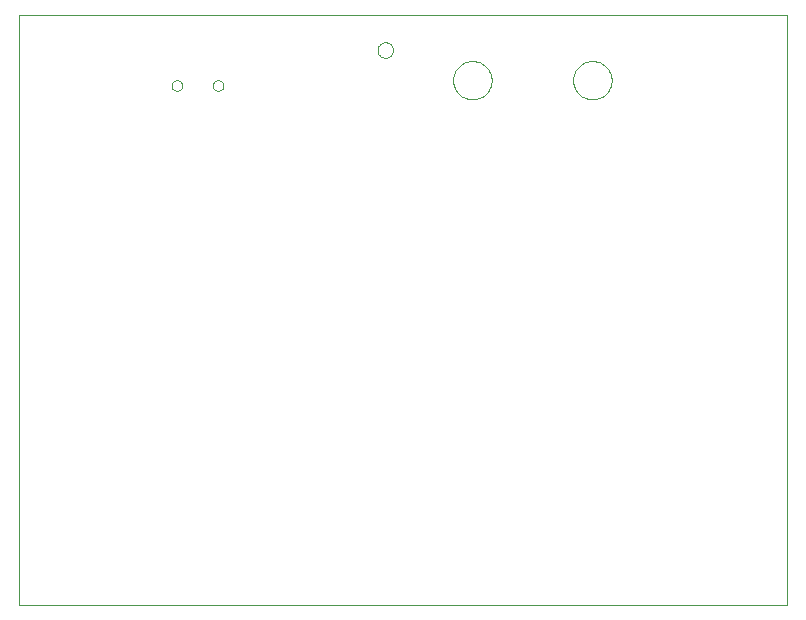
<source format=gbo>
G75*
G70*
%OFA0B0*%
%FSLAX24Y24*%
%IPPOS*%
%LPD*%
%AMOC8*
5,1,8,0,0,1.08239X$1,22.5*
%
%ADD10C,0.0000*%
D10*
X000131Y000131D02*
X000131Y019816D01*
X025722Y019816D01*
X025722Y000131D01*
X000131Y000131D01*
X005208Y017454D02*
X005210Y017480D01*
X005216Y017506D01*
X005226Y017531D01*
X005239Y017554D01*
X005255Y017574D01*
X005275Y017592D01*
X005297Y017607D01*
X005320Y017619D01*
X005346Y017627D01*
X005372Y017631D01*
X005398Y017631D01*
X005424Y017627D01*
X005450Y017619D01*
X005474Y017607D01*
X005495Y017592D01*
X005515Y017574D01*
X005531Y017554D01*
X005544Y017531D01*
X005554Y017506D01*
X005560Y017480D01*
X005562Y017454D01*
X005560Y017428D01*
X005554Y017402D01*
X005544Y017377D01*
X005531Y017354D01*
X005515Y017334D01*
X005495Y017316D01*
X005473Y017301D01*
X005450Y017289D01*
X005424Y017281D01*
X005398Y017277D01*
X005372Y017277D01*
X005346Y017281D01*
X005320Y017289D01*
X005296Y017301D01*
X005275Y017316D01*
X005255Y017334D01*
X005239Y017354D01*
X005226Y017377D01*
X005216Y017402D01*
X005210Y017428D01*
X005208Y017454D01*
X006586Y017454D02*
X006588Y017480D01*
X006594Y017506D01*
X006604Y017531D01*
X006617Y017554D01*
X006633Y017574D01*
X006653Y017592D01*
X006675Y017607D01*
X006698Y017619D01*
X006724Y017627D01*
X006750Y017631D01*
X006776Y017631D01*
X006802Y017627D01*
X006828Y017619D01*
X006852Y017607D01*
X006873Y017592D01*
X006893Y017574D01*
X006909Y017554D01*
X006922Y017531D01*
X006932Y017506D01*
X006938Y017480D01*
X006940Y017454D01*
X006938Y017428D01*
X006932Y017402D01*
X006922Y017377D01*
X006909Y017354D01*
X006893Y017334D01*
X006873Y017316D01*
X006851Y017301D01*
X006828Y017289D01*
X006802Y017281D01*
X006776Y017277D01*
X006750Y017277D01*
X006724Y017281D01*
X006698Y017289D01*
X006674Y017301D01*
X006653Y017316D01*
X006633Y017334D01*
X006617Y017354D01*
X006604Y017377D01*
X006594Y017402D01*
X006588Y017428D01*
X006586Y017454D01*
X012076Y018635D02*
X012078Y018667D01*
X012084Y018698D01*
X012094Y018729D01*
X012107Y018758D01*
X012124Y018785D01*
X012144Y018810D01*
X012167Y018832D01*
X012192Y018852D01*
X012220Y018868D01*
X012250Y018880D01*
X012280Y018889D01*
X012312Y018894D01*
X012344Y018895D01*
X012376Y018892D01*
X012407Y018885D01*
X012437Y018874D01*
X012466Y018860D01*
X012493Y018842D01*
X012517Y018822D01*
X012539Y018798D01*
X012557Y018772D01*
X012572Y018744D01*
X012584Y018714D01*
X012592Y018683D01*
X012596Y018651D01*
X012596Y018619D01*
X012592Y018587D01*
X012584Y018556D01*
X012572Y018526D01*
X012557Y018498D01*
X012539Y018472D01*
X012517Y018448D01*
X012493Y018428D01*
X012466Y018410D01*
X012437Y018396D01*
X012407Y018385D01*
X012376Y018378D01*
X012344Y018375D01*
X012312Y018376D01*
X012280Y018381D01*
X012250Y018390D01*
X012220Y018402D01*
X012192Y018418D01*
X012167Y018438D01*
X012144Y018460D01*
X012124Y018485D01*
X012107Y018512D01*
X012094Y018541D01*
X012084Y018572D01*
X012078Y018603D01*
X012076Y018635D01*
X014597Y017631D02*
X014599Y017681D01*
X014605Y017731D01*
X014615Y017780D01*
X014628Y017829D01*
X014646Y017876D01*
X014667Y017922D01*
X014691Y017965D01*
X014719Y018007D01*
X014750Y018047D01*
X014784Y018084D01*
X014821Y018118D01*
X014861Y018149D01*
X014903Y018177D01*
X014946Y018201D01*
X014992Y018222D01*
X015039Y018240D01*
X015088Y018253D01*
X015137Y018263D01*
X015187Y018269D01*
X015237Y018271D01*
X015287Y018269D01*
X015337Y018263D01*
X015386Y018253D01*
X015435Y018240D01*
X015482Y018222D01*
X015528Y018201D01*
X015571Y018177D01*
X015613Y018149D01*
X015653Y018118D01*
X015690Y018084D01*
X015724Y018047D01*
X015755Y018007D01*
X015783Y017965D01*
X015807Y017922D01*
X015828Y017876D01*
X015846Y017829D01*
X015859Y017780D01*
X015869Y017731D01*
X015875Y017681D01*
X015877Y017631D01*
X015875Y017581D01*
X015869Y017531D01*
X015859Y017482D01*
X015846Y017433D01*
X015828Y017386D01*
X015807Y017340D01*
X015783Y017297D01*
X015755Y017255D01*
X015724Y017215D01*
X015690Y017178D01*
X015653Y017144D01*
X015613Y017113D01*
X015571Y017085D01*
X015528Y017061D01*
X015482Y017040D01*
X015435Y017022D01*
X015386Y017009D01*
X015337Y016999D01*
X015287Y016993D01*
X015237Y016991D01*
X015187Y016993D01*
X015137Y016999D01*
X015088Y017009D01*
X015039Y017022D01*
X014992Y017040D01*
X014946Y017061D01*
X014903Y017085D01*
X014861Y017113D01*
X014821Y017144D01*
X014784Y017178D01*
X014750Y017215D01*
X014719Y017255D01*
X014691Y017297D01*
X014667Y017340D01*
X014646Y017386D01*
X014628Y017433D01*
X014615Y017482D01*
X014605Y017531D01*
X014599Y017581D01*
X014597Y017631D01*
X018597Y017631D02*
X018599Y017681D01*
X018605Y017731D01*
X018615Y017780D01*
X018628Y017829D01*
X018646Y017876D01*
X018667Y017922D01*
X018691Y017965D01*
X018719Y018007D01*
X018750Y018047D01*
X018784Y018084D01*
X018821Y018118D01*
X018861Y018149D01*
X018903Y018177D01*
X018946Y018201D01*
X018992Y018222D01*
X019039Y018240D01*
X019088Y018253D01*
X019137Y018263D01*
X019187Y018269D01*
X019237Y018271D01*
X019287Y018269D01*
X019337Y018263D01*
X019386Y018253D01*
X019435Y018240D01*
X019482Y018222D01*
X019528Y018201D01*
X019571Y018177D01*
X019613Y018149D01*
X019653Y018118D01*
X019690Y018084D01*
X019724Y018047D01*
X019755Y018007D01*
X019783Y017965D01*
X019807Y017922D01*
X019828Y017876D01*
X019846Y017829D01*
X019859Y017780D01*
X019869Y017731D01*
X019875Y017681D01*
X019877Y017631D01*
X019875Y017581D01*
X019869Y017531D01*
X019859Y017482D01*
X019846Y017433D01*
X019828Y017386D01*
X019807Y017340D01*
X019783Y017297D01*
X019755Y017255D01*
X019724Y017215D01*
X019690Y017178D01*
X019653Y017144D01*
X019613Y017113D01*
X019571Y017085D01*
X019528Y017061D01*
X019482Y017040D01*
X019435Y017022D01*
X019386Y017009D01*
X019337Y016999D01*
X019287Y016993D01*
X019237Y016991D01*
X019187Y016993D01*
X019137Y016999D01*
X019088Y017009D01*
X019039Y017022D01*
X018992Y017040D01*
X018946Y017061D01*
X018903Y017085D01*
X018861Y017113D01*
X018821Y017144D01*
X018784Y017178D01*
X018750Y017215D01*
X018719Y017255D01*
X018691Y017297D01*
X018667Y017340D01*
X018646Y017386D01*
X018628Y017433D01*
X018615Y017482D01*
X018605Y017531D01*
X018599Y017581D01*
X018597Y017631D01*
M02*

</source>
